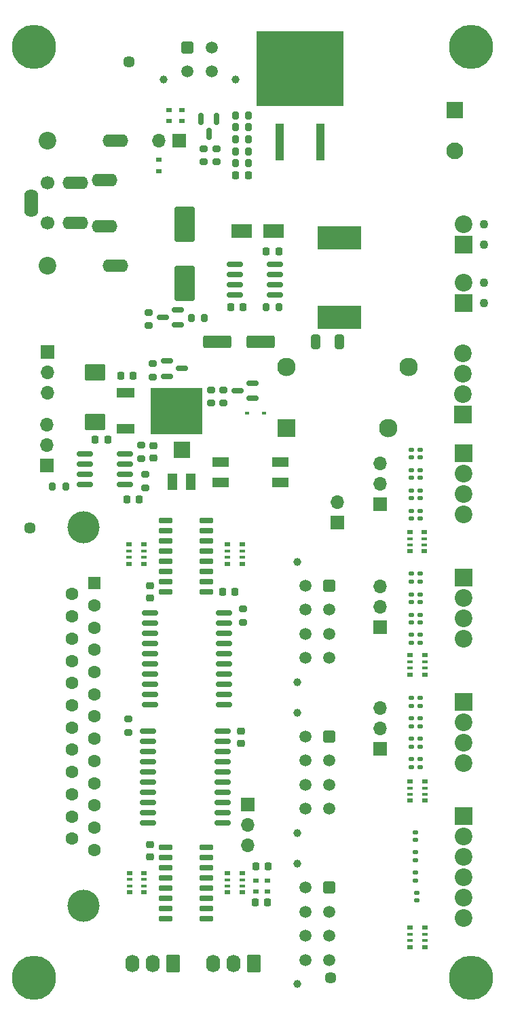
<source format=gbr>
%TF.GenerationSoftware,KiCad,Pcbnew,(6.0.4-0)*%
%TF.CreationDate,2022-07-09T18:31:03+12:00*%
%TF.ProjectId,controller,636f6e74-726f-46c6-9c65-722e6b696361,3.0*%
%TF.SameCoordinates,PX324e6b0PYa469d80*%
%TF.FileFunction,Soldermask,Top*%
%TF.FilePolarity,Negative*%
%FSLAX46Y46*%
G04 Gerber Fmt 4.6, Leading zero omitted, Abs format (unit mm)*
G04 Created by KiCad (PCBNEW (6.0.4-0)) date 2022-07-09 18:31:03*
%MOMM*%
%LPD*%
G01*
G04 APERTURE LIST*
G04 Aperture macros list*
%AMRoundRect*
0 Rectangle with rounded corners*
0 $1 Rounding radius*
0 $2 $3 $4 $5 $6 $7 $8 $9 X,Y pos of 4 corners*
0 Add a 4 corners polygon primitive as box body*
4,1,4,$2,$3,$4,$5,$6,$7,$8,$9,$2,$3,0*
0 Add four circle primitives for the rounded corners*
1,1,$1+$1,$2,$3*
1,1,$1+$1,$4,$5*
1,1,$1+$1,$6,$7*
1,1,$1+$1,$8,$9*
0 Add four rect primitives between the rounded corners*
20,1,$1+$1,$2,$3,$4,$5,0*
20,1,$1+$1,$4,$5,$6,$7,0*
20,1,$1+$1,$6,$7,$8,$9,0*
20,1,$1+$1,$8,$9,$2,$3,0*%
G04 Aperture macros list end*
%ADD10R,1.700000X1.700000*%
%ADD11O,1.700000X1.700000*%
%ADD12R,5.400000X2.900000*%
%ADD13RoundRect,0.147500X-0.172500X0.147500X-0.172500X-0.147500X0.172500X-0.147500X0.172500X0.147500X0*%
%ADD14RoundRect,0.225000X0.225000X0.250000X-0.225000X0.250000X-0.225000X-0.250000X0.225000X-0.250000X0*%
%ADD15RoundRect,0.147500X0.172500X-0.147500X0.172500X0.147500X-0.172500X0.147500X-0.172500X-0.147500X0*%
%ADD16RoundRect,0.225000X-0.225000X-0.250000X0.225000X-0.250000X0.225000X0.250000X-0.225000X0.250000X0*%
%ADD17C,1.000000*%
%ADD18RoundRect,0.250001X-0.499999X0.499999X-0.499999X-0.499999X0.499999X-0.499999X0.499999X0.499999X0*%
%ADD19C,1.500000*%
%ADD20R,0.800000X0.500000*%
%ADD21R,0.800000X0.400000*%
%ADD22RoundRect,0.200000X-0.275000X0.200000X-0.275000X-0.200000X0.275000X-0.200000X0.275000X0.200000X0*%
%ADD23RoundRect,0.200000X0.200000X0.275000X-0.200000X0.275000X-0.200000X-0.275000X0.200000X-0.275000X0*%
%ADD24R,2.100000X2.100000*%
%ADD25C,2.100000*%
%ADD26R,0.700000X0.600000*%
%ADD27RoundRect,0.250001X-0.499999X-0.499999X0.499999X-0.499999X0.499999X0.499999X-0.499999X0.499999X0*%
%ADD28R,1.300000X2.000000*%
%ADD29R,2.000000X2.000000*%
%ADD30C,1.100000*%
%ADD31R,2.200000X2.200000*%
%ADD32C,2.200000*%
%ADD33RoundRect,0.200000X0.275000X-0.200000X0.275000X0.200000X-0.275000X0.200000X-0.275000X-0.200000X0*%
%ADD34C,1.448000*%
%ADD35RoundRect,0.150000X-0.875000X-0.150000X0.875000X-0.150000X0.875000X0.150000X-0.875000X0.150000X0*%
%ADD36RoundRect,0.150000X-0.587500X-0.150000X0.587500X-0.150000X0.587500X0.150000X-0.587500X0.150000X0*%
%ADD37R,2.200000X1.200000*%
%ADD38R,6.400000X5.800000*%
%ADD39RoundRect,0.200000X-0.200000X-0.275000X0.200000X-0.275000X0.200000X0.275000X-0.200000X0.275000X0*%
%ADD40RoundRect,0.225000X0.250000X-0.225000X0.250000X0.225000X-0.250000X0.225000X-0.250000X-0.225000X0*%
%ADD41RoundRect,0.250000X0.620000X0.845000X-0.620000X0.845000X-0.620000X-0.845000X0.620000X-0.845000X0*%
%ADD42O,1.740000X2.190000*%
%ADD43R,1.100000X4.600000*%
%ADD44R,10.800000X9.400000*%
%ADD45C,5.500000*%
%ADD46RoundRect,0.250000X-1.000000X1.950000X-1.000000X-1.950000X1.000000X-1.950000X1.000000X1.950000X0*%
%ADD47R,2.000000X1.200000*%
%ADD48C,2.300000*%
%ADD49R,2.300000X2.300000*%
%ADD50RoundRect,0.225000X-0.250000X0.225000X-0.250000X-0.225000X0.250000X-0.225000X0.250000X0.225000X0*%
%ADD51C,1.700000*%
%ADD52O,3.200000X1.600000*%
%ADD53O,1.750000X3.500000*%
%ADD54RoundRect,0.250000X1.500000X0.550000X-1.500000X0.550000X-1.500000X-0.550000X1.500000X-0.550000X0*%
%ADD55RoundRect,0.150000X0.587500X0.150000X-0.587500X0.150000X-0.587500X-0.150000X0.587500X-0.150000X0*%
%ADD56RoundRect,0.250000X-0.325000X-0.650000X0.325000X-0.650000X0.325000X0.650000X-0.325000X0.650000X0*%
%ADD57RoundRect,0.150000X0.725000X0.150000X-0.725000X0.150000X-0.725000X-0.150000X0.725000X-0.150000X0*%
%ADD58C,4.000000*%
%ADD59R,1.600000X1.600000*%
%ADD60C,1.600000*%
%ADD61RoundRect,0.150000X-0.825000X-0.150000X0.825000X-0.150000X0.825000X0.150000X-0.825000X0.150000X0*%
%ADD62R,0.600000X0.450000*%
%ADD63RoundRect,0.150000X-0.150000X0.587500X-0.150000X-0.587500X0.150000X-0.587500X0.150000X0.587500X0*%
%ADD64RoundRect,0.250000X1.025000X-0.787500X1.025000X0.787500X-1.025000X0.787500X-1.025000X-0.787500X0*%
%ADD65R,2.500000X1.800000*%
G04 APERTURE END LIST*
D10*
%TO.C,JP7*%
X51150000Y36525000D03*
D11*
X51150000Y39065000D03*
X51150000Y41605000D03*
%TD*%
D12*
%TO.C,L1*%
X46100000Y100200000D03*
X46100000Y90300000D03*
%TD*%
D13*
%TO.C,D15*%
X56150000Y68685000D03*
X56150000Y67715000D03*
%TD*%
D14*
%TO.C,C8*%
X34075000Y91550000D03*
X32525000Y91550000D03*
%TD*%
D15*
%TO.C,D34*%
X55075000Y41870001D03*
X55075000Y42840001D03*
%TD*%
D16*
%TO.C,C1*%
X35675000Y21850000D03*
X37225000Y21850000D03*
%TD*%
D13*
%TO.C,D13*%
X56150000Y66160000D03*
X56150000Y65190000D03*
%TD*%
D17*
%TO.C,J12*%
X40871000Y22210000D03*
X40871000Y7210000D03*
D18*
X44811000Y19210000D03*
D19*
X44811000Y16210000D03*
X44811000Y13210000D03*
X44811000Y10210000D03*
X41811000Y19210000D03*
X41811000Y16210000D03*
X41811000Y13210000D03*
X41811000Y10210000D03*
%TD*%
D20*
%TO.C,RN1*%
X19875000Y61950000D03*
D21*
X19875000Y61150000D03*
X19875000Y60350000D03*
D20*
X19875000Y59550000D03*
X21675000Y59550000D03*
D21*
X21675000Y60350000D03*
X21675000Y61150000D03*
D20*
X21675000Y61950000D03*
%TD*%
D22*
%TO.C,R13*%
X21350000Y74325000D03*
X21350000Y72675000D03*
%TD*%
D15*
%TO.C,D24*%
X55050000Y54790000D03*
X55050000Y55760000D03*
%TD*%
D23*
%TO.C,R12*%
X38575000Y91500000D03*
X36925000Y91500000D03*
%TD*%
D22*
%TO.C,R6*%
X30730800Y111285800D03*
X30730800Y109635800D03*
%TD*%
D10*
%TO.C,JP4*%
X26125000Y112250000D03*
D11*
X23585000Y112250000D03*
%TD*%
D24*
%TO.C,J3*%
X60450000Y116050000D03*
D25*
X60450000Y110970000D03*
%TD*%
D26*
%TO.C,D3*%
X23525000Y109875000D03*
X23525000Y108475000D03*
%TD*%
D17*
%TO.C,J2*%
X33150000Y119940000D03*
X24150000Y119940000D03*
D27*
X27150000Y123880000D03*
D19*
X30150000Y123880000D03*
X27150000Y120880000D03*
X30150000Y120880000D03*
%TD*%
D13*
%TO.C,D8*%
X55700000Y18585000D03*
X55700000Y17615000D03*
%TD*%
D28*
%TO.C,RV1*%
X25250000Y69750000D03*
D29*
X26400000Y73750000D03*
D28*
X27550000Y69750000D03*
%TD*%
D30*
%TO.C,J14*%
X64090000Y94590000D03*
X64090000Y92050000D03*
D31*
X61550000Y92050000D03*
D32*
X61550000Y94590000D03*
%TD*%
D33*
%TO.C,R17*%
X30039515Y79584536D03*
X30039515Y81234536D03*
%TD*%
D34*
%TO.C,TH1*%
X19810000Y122070000D03*
%TD*%
D35*
%TO.C,U5*%
X22178560Y38722560D03*
X22178560Y37452560D03*
X22178560Y36182560D03*
X22178560Y34912560D03*
X22178560Y33642560D03*
X22178560Y32372560D03*
X22178560Y31102560D03*
X22178560Y29832560D03*
X22178560Y28562560D03*
X22178560Y27292560D03*
X31478560Y27292560D03*
X31478560Y28562560D03*
X31478560Y29832560D03*
X31478560Y31102560D03*
X31478560Y32372560D03*
X31478560Y33642560D03*
X31478560Y34912560D03*
X31478560Y36182560D03*
X31478560Y37452560D03*
X31478560Y38722560D03*
%TD*%
D13*
%TO.C,D29*%
X56175000Y35210001D03*
X56175000Y34240001D03*
%TD*%
D15*
%TO.C,D14*%
X55025000Y67715000D03*
X55025000Y68685000D03*
%TD*%
D36*
%TO.C,Q4*%
X24582500Y84830000D03*
X24582500Y82930000D03*
X26457500Y83880000D03*
%TD*%
D20*
%TO.C,RN6*%
X56700000Y61100000D03*
D21*
X56700000Y61900000D03*
X56700000Y62700000D03*
D20*
X56700000Y63500000D03*
X54900000Y63500000D03*
D21*
X54900000Y62700000D03*
X54900000Y61900000D03*
D20*
X54900000Y61100000D03*
%TD*%
D37*
%TO.C,U1*%
X19450000Y80902000D03*
D38*
X25750000Y78622000D03*
D37*
X19450000Y76342000D03*
%TD*%
D13*
%TO.C,D27*%
X56175000Y58310000D03*
X56175000Y57340000D03*
%TD*%
D23*
%TO.C,R7*%
X34750000Y109450000D03*
X33100000Y109450000D03*
%TD*%
D26*
%TO.C,D5*%
X24850000Y116100000D03*
X24850000Y114700000D03*
%TD*%
D13*
%TO.C,D11*%
X55600000Y26085000D03*
X55600000Y25115000D03*
%TD*%
D39*
%TO.C,R5*%
X33100000Y115450000D03*
X34750000Y115450000D03*
%TD*%
D13*
%TO.C,D21*%
X56175000Y50685000D03*
X56175000Y49715000D03*
%TD*%
D10*
%TO.C,JP1*%
X34619000Y29600000D03*
D11*
X34619000Y27060000D03*
X34619000Y24520000D03*
%TD*%
D40*
%TO.C,C12*%
X22900000Y72725000D03*
X22900000Y74275000D03*
%TD*%
D23*
%TO.C,R14*%
X11925000Y69150000D03*
X10275000Y69150000D03*
%TD*%
D10*
%TO.C,JP8*%
X45850000Y64675000D03*
D11*
X45850000Y67215000D03*
%TD*%
D41*
%TO.C,J16*%
X35400000Y9750000D03*
D42*
X32860000Y9750000D03*
X30320000Y9750000D03*
%TD*%
D31*
%TO.C,J9*%
X61550000Y57834999D03*
D32*
X61550000Y55294999D03*
X61550000Y52754999D03*
X61550000Y50214999D03*
%TD*%
D43*
%TO.C,Q2*%
X38635000Y112075000D03*
D44*
X41175000Y121225000D03*
D43*
X43715000Y112075000D03*
%TD*%
D39*
%TO.C,R8*%
X33100000Y110950000D03*
X34750000Y110950000D03*
%TD*%
D26*
%TO.C,D1*%
X37150000Y20100000D03*
X37150000Y18700000D03*
%TD*%
D30*
%TO.C,J13*%
X64090000Y101900000D03*
X64090000Y99360000D03*
D31*
X61550000Y99360000D03*
D32*
X61550000Y101900000D03*
%TD*%
D16*
%TO.C,C9*%
X36975000Y98500000D03*
X38525000Y98500000D03*
%TD*%
D13*
%TO.C,D35*%
X56200000Y42835001D03*
X56200000Y41865001D03*
%TD*%
%TO.C,D17*%
X56150000Y71235000D03*
X56150000Y70265000D03*
%TD*%
D31*
%TO.C,J11*%
X61550000Y42360000D03*
D32*
X61550000Y39820000D03*
X61550000Y37280000D03*
X61550000Y34740000D03*
%TD*%
D22*
%TO.C,R18*%
X31620898Y81234536D03*
X31620898Y79584536D03*
%TD*%
D10*
%TO.C,JP5*%
X51200000Y66975000D03*
D11*
X51200000Y69515000D03*
X51200000Y72055000D03*
%TD*%
D13*
%TO.C,D33*%
X56200000Y40285001D03*
X56200000Y39315001D03*
%TD*%
D45*
%TO.C,H4*%
X62500000Y8000000D03*
%TD*%
D46*
%TO.C,C4*%
X26750000Y101900000D03*
X26750000Y94500000D03*
%TD*%
D47*
%TO.C,LF1*%
X38750000Y69730000D03*
X38750000Y72270000D03*
X31250000Y72270000D03*
X31250000Y69730000D03*
%TD*%
D13*
%TO.C,D23*%
X56175000Y53210000D03*
X56175000Y52240000D03*
%TD*%
D31*
%TO.C,J6*%
X61550000Y73299999D03*
D32*
X61550000Y70759999D03*
X61550000Y68219999D03*
X61550000Y65679999D03*
%TD*%
D13*
%TO.C,D9*%
X55600000Y21060000D03*
X55600000Y20090000D03*
%TD*%
D15*
%TO.C,D12*%
X55025000Y65190000D03*
X55025000Y66160000D03*
%TD*%
D31*
%TO.C,J5*%
X61550000Y28100000D03*
D32*
X61550000Y25560000D03*
X61550000Y23020000D03*
X61550000Y20480000D03*
X61550000Y17940000D03*
X61550000Y15400000D03*
%TD*%
D20*
%TO.C,RN3*%
X32150000Y21000000D03*
D21*
X32150000Y20200000D03*
X32150000Y19400000D03*
D20*
X32150000Y18600000D03*
X33950000Y18600000D03*
D21*
X33950000Y19400000D03*
X33950000Y20200000D03*
D20*
X33950000Y21000000D03*
%TD*%
D48*
%TO.C,K1*%
X39500000Y84070000D03*
X54740000Y84050000D03*
X52200000Y76450000D03*
D49*
X39500000Y76450000D03*
%TD*%
D20*
%TO.C,RN2*%
X19900000Y21018000D03*
D21*
X19900000Y20218000D03*
X19900000Y19418000D03*
D20*
X19900000Y18618000D03*
X21700000Y18618000D03*
D21*
X21700000Y19418000D03*
X21700000Y20218000D03*
D20*
X21700000Y21018000D03*
%TD*%
D50*
%TO.C,C17*%
X33800000Y38700000D03*
X33800000Y37150000D03*
%TD*%
D16*
%TO.C,C2*%
X35600000Y17350000D03*
X37150000Y17350000D03*
%TD*%
D15*
%TO.C,D32*%
X55080000Y39315001D03*
X55080000Y40285001D03*
%TD*%
D17*
%TO.C,J10*%
X40871000Y26028000D03*
X40871000Y41028000D03*
D18*
X44811000Y38028000D03*
D19*
X44811000Y35028000D03*
X44811000Y32028000D03*
X44811000Y29028000D03*
X41811000Y38028000D03*
X41811000Y35028000D03*
X41811000Y32028000D03*
X41811000Y29028000D03*
%TD*%
D14*
%TO.C,C5*%
X20375000Y82950000D03*
X18825000Y82950000D03*
%TD*%
D32*
%TO.C,J1*%
X9650000Y96700000D03*
D51*
X9650000Y102000000D03*
D32*
X9650000Y112300000D03*
D51*
X9650000Y107000000D03*
D52*
X16800000Y101600000D03*
X13150000Y102000000D03*
X13150000Y107000000D03*
X16800000Y107400000D03*
X18150000Y112300000D03*
D53*
X7650000Y104500000D03*
D52*
X18150000Y96700000D03*
%TD*%
D15*
%TO.C,D18*%
X55025000Y72815000D03*
X55025000Y73785000D03*
%TD*%
%TO.C,D16*%
X55025000Y70265000D03*
X55025000Y71235000D03*
%TD*%
D22*
%TO.C,R16*%
X22819151Y84497585D03*
X22819151Y82847585D03*
%TD*%
D15*
%TO.C,D30*%
X55080000Y36790001D03*
X55080000Y37760001D03*
%TD*%
D54*
%TO.C,C11*%
X36250000Y87200000D03*
X30850000Y87200000D03*
%TD*%
D10*
%TO.C,JP6*%
X51150000Y51645000D03*
D11*
X51150000Y54185000D03*
X51150000Y56725000D03*
%TD*%
D10*
%TO.C,JP2*%
X9600000Y71850000D03*
D11*
X9600000Y74390000D03*
X9600000Y76930000D03*
%TD*%
D50*
%TO.C,C15*%
X22419000Y56830000D03*
X22419000Y55280000D03*
%TD*%
D26*
%TO.C,D4*%
X26400000Y116100000D03*
X26400000Y114700000D03*
%TD*%
D15*
%TO.C,D28*%
X55055000Y34240001D03*
X55055000Y35210001D03*
%TD*%
D23*
%TO.C,R9*%
X34750000Y113950000D03*
X33100000Y113950000D03*
%TD*%
D55*
%TO.C,Q5*%
X35282500Y80150000D03*
X35282500Y82050000D03*
X33407500Y81100000D03*
%TD*%
D17*
%TO.C,J7*%
X40871000Y59824000D03*
X40871000Y44824000D03*
D18*
X44811000Y56824000D03*
D19*
X44811000Y53824000D03*
X44811000Y50824000D03*
X44811000Y47824000D03*
X41811000Y56824000D03*
X41811000Y53824000D03*
X41811000Y50824000D03*
X41811000Y47824000D03*
%TD*%
D34*
%TO.C,TH3*%
X45000000Y8000000D03*
%TD*%
D56*
%TO.C,C10*%
X43100000Y87175000D03*
X46050000Y87175000D03*
%TD*%
D55*
%TO.C,Q3*%
X25937500Y89300000D03*
X25937500Y91200000D03*
X24062500Y90250000D03*
%TD*%
D14*
%TO.C,C6*%
X17175000Y75000000D03*
X15625000Y75000000D03*
%TD*%
D23*
%TO.C,R11*%
X29275000Y90200000D03*
X27625000Y90200000D03*
%TD*%
D33*
%TO.C,R2*%
X34050000Y52275000D03*
X34050000Y53925000D03*
%TD*%
D20*
%TO.C,RN4*%
X33950000Y59550000D03*
D21*
X33950000Y60350000D03*
X33950000Y61150000D03*
D20*
X33950000Y61950000D03*
X32150000Y61950000D03*
D21*
X32150000Y61150000D03*
X32150000Y60350000D03*
D20*
X32150000Y59550000D03*
%TD*%
D16*
%TO.C,C16*%
X31525000Y56100000D03*
X33075000Y56100000D03*
%TD*%
D20*
%TO.C,RN7*%
X56725000Y45750000D03*
D21*
X56725000Y46550000D03*
X56725000Y47350000D03*
D20*
X56725000Y48150000D03*
X54925000Y48150000D03*
D21*
X54925000Y47350000D03*
X54925000Y46550000D03*
D20*
X54925000Y45750000D03*
%TD*%
D16*
%TO.C,C13*%
X19575000Y67550000D03*
X21125000Y67550000D03*
%TD*%
D57*
%TO.C,U6*%
X29529000Y56100000D03*
X29529000Y57370000D03*
X29529000Y58640000D03*
X29529000Y59910000D03*
X29529000Y61180000D03*
X29529000Y62450000D03*
X29529000Y63720000D03*
X29529000Y64990000D03*
X24379000Y64990000D03*
X24379000Y63720000D03*
X24379000Y62450000D03*
X24379000Y61180000D03*
X24379000Y59910000D03*
X24379000Y58640000D03*
X24379000Y57370000D03*
X24379000Y56100000D03*
%TD*%
D22*
%TO.C,R3*%
X29180800Y111298000D03*
X29180800Y109648000D03*
%TD*%
D13*
%TO.C,D19*%
X56150000Y73785000D03*
X56150000Y72815000D03*
%TD*%
D58*
%TO.C,J4*%
X14130000Y16980000D03*
X14130000Y64080000D03*
D59*
X15550000Y57150000D03*
D60*
X15550000Y54380000D03*
X15550000Y51610000D03*
X15550000Y48840000D03*
X15550000Y46070000D03*
X15550000Y43300000D03*
X15550000Y40530000D03*
X15550000Y37760000D03*
X15550000Y34990000D03*
X15550000Y32220000D03*
X15550000Y29450000D03*
X15550000Y26680000D03*
X15550000Y23910000D03*
X12710000Y55765000D03*
X12710000Y52995000D03*
X12710000Y50225000D03*
X12710000Y47455000D03*
X12710000Y44685000D03*
X12710000Y41915000D03*
X12710000Y39145000D03*
X12710000Y36375000D03*
X12710000Y33605000D03*
X12710000Y30835000D03*
X12710000Y28065000D03*
X12710000Y25295000D03*
%TD*%
D61*
%TO.C,U2*%
X33075000Y96905000D03*
X33075000Y95635000D03*
X33075000Y94365000D03*
X33075000Y93095000D03*
X38025000Y93095000D03*
X38025000Y94365000D03*
X38025000Y95635000D03*
X38025000Y96905000D03*
%TD*%
D15*
%TO.C,D26*%
X55050000Y57340000D03*
X55050000Y58310000D03*
%TD*%
D26*
%TO.C,D2*%
X35675000Y18700000D03*
X35675000Y20100000D03*
%TD*%
D41*
%TO.C,J17*%
X25350000Y9750000D03*
D42*
X22810000Y9750000D03*
X20270000Y9750000D03*
%TD*%
D45*
%TO.C,H1*%
X8000000Y124000000D03*
%TD*%
D20*
%TO.C,RN5*%
X56730000Y11810000D03*
D21*
X56730000Y12610000D03*
X56730000Y13410000D03*
D20*
X56730000Y14210000D03*
X54930000Y14210000D03*
D21*
X54930000Y13410000D03*
X54930000Y12610000D03*
D20*
X54930000Y11810000D03*
%TD*%
D13*
%TO.C,D31*%
X56200000Y37760001D03*
X56200000Y36790001D03*
%TD*%
D31*
%TO.C,J8*%
X61525000Y78162836D03*
D32*
X61525000Y80702836D03*
X61525000Y83242836D03*
X61525000Y85782836D03*
%TD*%
D45*
%TO.C,H3*%
X8000000Y8000000D03*
%TD*%
D33*
%TO.C,R15*%
X21840000Y69025000D03*
X21840000Y70675000D03*
%TD*%
D62*
%TO.C,D7*%
X36650000Y78350000D03*
X34550000Y78350000D03*
%TD*%
D16*
%TO.C,C3*%
X33150000Y107950000D03*
X34700000Y107950000D03*
%TD*%
D61*
%TO.C,U3*%
X14355000Y73217000D03*
X14355000Y71947000D03*
X14355000Y70677000D03*
X14355000Y69407000D03*
X19305000Y69407000D03*
X19305000Y70677000D03*
X19305000Y71947000D03*
X19305000Y73217000D03*
%TD*%
D33*
%TO.C,R19*%
X19782800Y38566600D03*
X19782800Y40216600D03*
%TD*%
D63*
%TO.C,Q1*%
X30740400Y115005100D03*
X28840400Y115005100D03*
X29790400Y113130100D03*
%TD*%
D15*
%TO.C,D20*%
X55050000Y49715000D03*
X55050000Y50685000D03*
%TD*%
D57*
%TO.C,U7*%
X29529000Y15373000D03*
X29529000Y16643000D03*
X29529000Y17913000D03*
X29529000Y19183000D03*
X29529000Y20453000D03*
X29529000Y21723000D03*
X29529000Y22993000D03*
X29529000Y24263000D03*
X24379000Y24263000D03*
X24379000Y22993000D03*
X24379000Y21723000D03*
X24379000Y20453000D03*
X24379000Y19183000D03*
X24379000Y17913000D03*
X24379000Y16643000D03*
X24379000Y15373000D03*
%TD*%
D15*
%TO.C,D22*%
X55050000Y52240000D03*
X55050000Y53210000D03*
%TD*%
D33*
%TO.C,R10*%
X22300000Y89225000D03*
X22300000Y90875000D03*
%TD*%
D20*
%TO.C,RN8*%
X56725000Y30025001D03*
D21*
X56725000Y30825001D03*
X56725000Y31625001D03*
D20*
X56725000Y32425001D03*
X54925000Y32425001D03*
D21*
X54925000Y31625001D03*
X54925000Y30825001D03*
D20*
X54925000Y30025001D03*
%TD*%
D40*
%TO.C,C14*%
X22425000Y23000000D03*
X22425000Y24550000D03*
%TD*%
D34*
%TO.C,TH2*%
X7500000Y64000000D03*
%TD*%
D45*
%TO.C,H2*%
X62500000Y124000000D03*
%TD*%
D35*
%TO.C,U4*%
X22428560Y53393560D03*
X22428560Y52123560D03*
X22428560Y50853560D03*
X22428560Y49583560D03*
X22428560Y48313560D03*
X22428560Y47043560D03*
X22428560Y45773560D03*
X22428560Y44503560D03*
X22428560Y43233560D03*
X22428560Y41963560D03*
X31728560Y41963560D03*
X31728560Y43233560D03*
X31728560Y44503560D03*
X31728560Y45773560D03*
X31728560Y47043560D03*
X31728560Y48313560D03*
X31728560Y49583560D03*
X31728560Y50853560D03*
X31728560Y52123560D03*
X31728560Y53393560D03*
%TD*%
D39*
%TO.C,R4*%
X33100000Y112450000D03*
X34750000Y112450000D03*
%TD*%
D64*
%TO.C,C7*%
X15600000Y77187500D03*
X15600000Y83412500D03*
%TD*%
D65*
%TO.C,D6*%
X37900000Y101050000D03*
X33900000Y101050000D03*
%TD*%
D13*
%TO.C,D10*%
X55600000Y23595000D03*
X55600000Y22625000D03*
%TD*%
%TO.C,D25*%
X56175000Y55760000D03*
X56175000Y54790000D03*
%TD*%
D10*
%TO.C,JP3*%
X9650000Y85925000D03*
D11*
X9650000Y83385000D03*
X9650000Y80845000D03*
%TD*%
M02*

</source>
